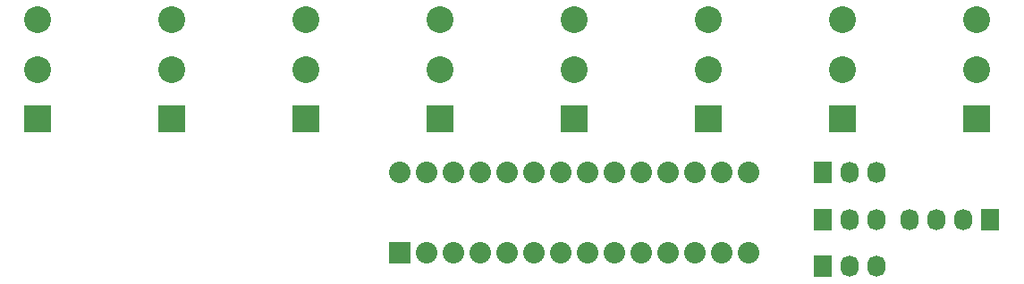
<source format=gbr>
G04 #@! TF.FileFunction,Soldermask,Bot*
%FSLAX46Y46*%
G04 Gerber Fmt 4.6, Leading zero omitted, Abs format (unit mm)*
G04 Created by KiCad (PCBNEW 4.0.2-stable) date Friday, 12 August 2016 'pmt' 16:38:06*
%MOMM*%
G01*
G04 APERTURE LIST*
%ADD10C,0.100000*%
%ADD11R,1.727200X2.032000*%
%ADD12O,1.727200X2.032000*%
%ADD13R,2.032000X2.032000*%
%ADD14C,2.032000*%
%ADD15R,2.540000X2.540000*%
%ADD16C,2.540000*%
G04 APERTURE END LIST*
D10*
D11*
X213995000Y-91440000D03*
D12*
X216535000Y-91440000D03*
X219075000Y-91440000D03*
D11*
X213995000Y-95885000D03*
D12*
X216535000Y-95885000D03*
X219075000Y-95885000D03*
D11*
X213995000Y-86995000D03*
D12*
X216535000Y-86995000D03*
X219075000Y-86995000D03*
D13*
X173990000Y-94615000D03*
D14*
X176530000Y-94615000D03*
X179070000Y-94615000D03*
X181610000Y-94615000D03*
X184150000Y-94615000D03*
X186690000Y-94615000D03*
X189230000Y-94615000D03*
X191770000Y-94615000D03*
X194310000Y-94615000D03*
X196850000Y-94615000D03*
X199390000Y-94615000D03*
X201930000Y-94615000D03*
X204470000Y-94615000D03*
X207010000Y-94615000D03*
X207010000Y-86995000D03*
X204470000Y-86995000D03*
X201930000Y-86995000D03*
X199390000Y-86995000D03*
X196850000Y-86995000D03*
X194310000Y-86995000D03*
X191770000Y-86995000D03*
X189230000Y-86995000D03*
X186690000Y-86995000D03*
X184150000Y-86995000D03*
X181610000Y-86995000D03*
X179070000Y-86995000D03*
X176530000Y-86995000D03*
X173990000Y-86995000D03*
D15*
X139700000Y-81915000D03*
D16*
X139700000Y-77216000D03*
X139700000Y-72517000D03*
D15*
X165100000Y-81915000D03*
D16*
X165100000Y-77216000D03*
X165100000Y-72517000D03*
D15*
X177800000Y-81915000D03*
D16*
X177800000Y-77216000D03*
X177800000Y-72517000D03*
D15*
X190500000Y-81915000D03*
D16*
X190500000Y-77216000D03*
X190500000Y-72517000D03*
D15*
X203200000Y-81915000D03*
D16*
X203200000Y-77216000D03*
X203200000Y-72517000D03*
D15*
X215900000Y-81915000D03*
D16*
X215900000Y-77216000D03*
X215900000Y-72517000D03*
D15*
X228600000Y-81915000D03*
D16*
X228600000Y-77216000D03*
X228600000Y-72517000D03*
D15*
X152400000Y-81915000D03*
D16*
X152400000Y-77216000D03*
X152400000Y-72517000D03*
D11*
X229870000Y-91440000D03*
D12*
X227330000Y-91440000D03*
X224790000Y-91440000D03*
X222250000Y-91440000D03*
M02*

</source>
